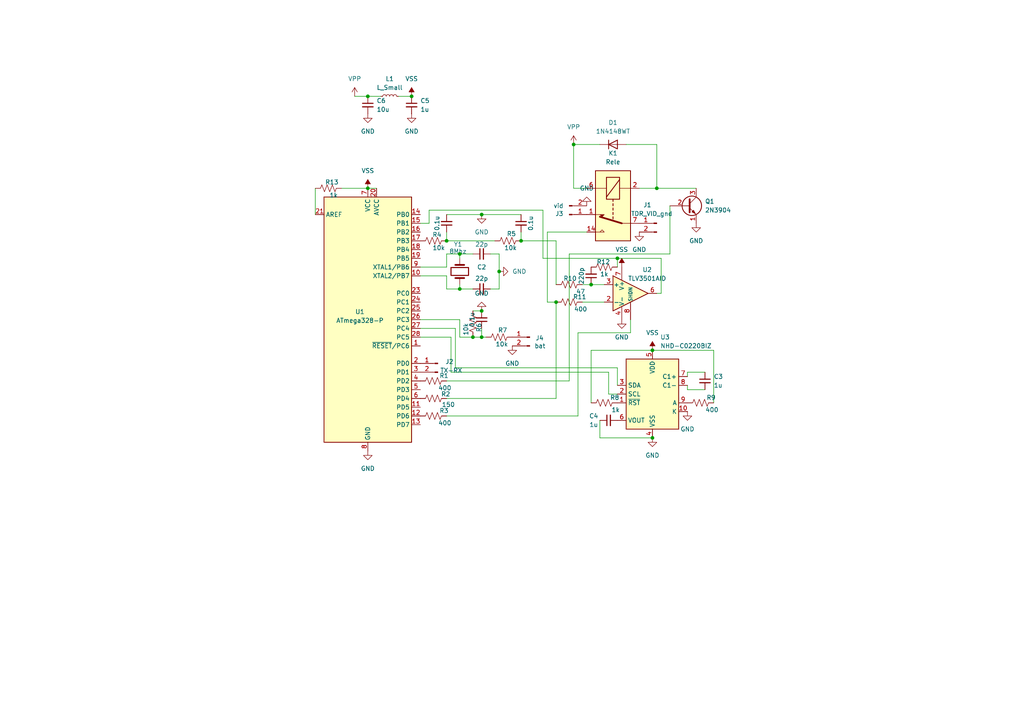
<source format=kicad_sch>
(kicad_sch (version 20231120) (generator "eeschema") (generator_version "8.0")
  (paper "A4")
  (title_block (title "TDR tester") (date "16.03.2024") (rev "0"))
  (lib_symbols
    (symbol "Comparator:TLV3501AID" (pin_names (offset 0.127))
      (property "Reference" "U" (at 3.81 -5.08 0))
      (property "Value" "TLV3501AID" (at 3.81 -7.62 0))
      (symbol "TLV3501AID_1_1"
        (polyline (pts (xy -5.08 5.08) (xy 5.08 0) (xy -5.08 -5.08) (xy -5.08 5.08)) (stroke (width 0.254)) (fill (type background)))
        (pin no_connect line (at -5.08 5.08 180) (length 0) hide (name "NC") (number "1"))
        (pin input line (at -7.62 -2.54 0) (length 2.54) (name "-") (number "2"))
        (pin input line (at -7.62 2.54 0) (length 2.54) (name "+") (number "3"))
        (pin power_in line (at -2.54 -7.62 90) (length 3.81) (name "V-") (number "4"))
        (pin no_connect line (at -5.08 -5.08 180) (length 0) hide (name "NC") (number "5"))
        (pin output line (at 7.62 0 180) (length 2.54) (name "~") (number "6"))
        (pin power_in line (at -2.54 7.62 270) (length 3.81) (name "V+") (number "7"))
        (pin input line (at 0 -7.62 90) (length 5.08) (name "SHDN") (number "8"))
      )
    )
    (symbol "Connector:Conn_01x02_Pin" (pin_names (offset 1.016) hide)
      (property "Reference" "J" (at 0 2.54 0))
      (property "Value" "Conn_01x02_Pin" (at 0 -5.08 0))
      (symbol "Conn_01x02_Pin_1_1"
        (polyline (pts (xy 1.27 -2.54) (xy 0.8636 -2.54)) (stroke (width 0.1524)))
        (polyline (pts (xy 1.27 0) (xy 0.8636 0)) (stroke (width 0.1524)))
        (rectangle (start 0.8636 -2.413) (end 0 -2.667) (stroke (width 0.1524)) (fill (type outline)))
        (rectangle (start 0.8636 0.127) (end 0 -0.127) (stroke (width 0.1524)) (fill (type outline)))
        (pin passive line (at 5.08 0 180) (length 3.81) (name "Pin_1") (number "1"))
        (pin passive line (at 5.08 -2.54 180) (length 3.81) (name "Pin_2") (number "2"))
      )
    )
    (symbol "Device:C_Small" (pin_numbers hide) (pin_names (offset 0.254) hide)
      (property "Reference" "C" (at 0.254 1.778 0))
      (property "Value" "C_Small" (at 0.254 -2.032 0))
      (symbol "C_Small_0_1"
        (polyline (pts (xy -1.524 -0.508) (xy 1.524 -0.508)) (stroke (width 0.3302)))
        (polyline (pts (xy -1.524 0.508) (xy 1.524 0.508)) (stroke (width 0.3048)))
      )
      (symbol "C_Small_1_1"
        (pin passive line (at 0 2.54 270) (length 2.032) (name "~") (number "1"))
        (pin passive line (at 0 -2.54 90) (length 2.032) (name "~") (number "2"))
      )
    )
    (symbol "Device:Crystal" (pin_numbers hide) (pin_names (offset 1.016) hide)
      (property "Reference" "Y" (at 0 3.81 0))
      (property "Value" "Crystal" (at 0 -3.81 0))
      (symbol "Crystal_0_1"
        (rectangle (start -1.143 2.54) (end 1.143 -2.54) (stroke (width 0.3048)))
        (polyline (pts (xy -2.54 0) (xy -1.905 0)))
        (polyline (pts (xy -1.905 -1.27) (xy -1.905 1.27)) (stroke (width 0.508)))
        (polyline (pts (xy 1.905 -1.27) (xy 1.905 1.27)) (stroke (width 0.508)))
        (polyline (pts (xy 2.54 0) (xy 1.905 0)))
      )
      (symbol "Crystal_1_1"
        (pin passive line (at -3.81 0 0) (length 1.27) (name "1") (number "1"))
        (pin passive line (at 3.81 0 180) (length 1.27) (name "2") (number "2"))
      )
    )
    (symbol "Device:L_Small" (pin_numbers hide) (pin_names (offset 0.254) hide)
      (property "Reference" "L" (at 0.762 1.016 0))
      (property "Value" "L_Small" (at 0.762 -1.016 0))
      (symbol "L_Small_0_1"
        (arc (start 0 -2.032) (mid 0.5058 -1.524) (end 0 -1.016))
        (arc (start 0 -1.016) (mid 0.5058 -0.508) (end 0 0))
        (arc (start 0 0) (mid 0.5058 0.508) (end 0 1.016))
        (arc (start 0 1.016) (mid 0.5058 1.524) (end 0 2.032))
      )
      (symbol "L_Small_1_1"
        (pin passive line (at 0 2.54 270) (length 0.508) (name "~") (number "1"))
        (pin passive line (at 0 -2.54 90) (length 0.508) (name "~") (number "2"))
      )
    )
    (symbol "Device:R_US" (pin_numbers hide) (pin_names (offset 0))
      (property "Reference" "R" (at 2.54 0 90))
      (property "Value" "R_US" (at -2.54 0 90))
      (symbol "R_US_0_1"
        (polyline (pts (xy 0 -2.286) (xy 0 -2.54)))
        (polyline (pts (xy 0 2.286) (xy 0 2.54)))
        (polyline (pts (xy 0 -0.762) (xy 1.016 -1.143) (xy 0 -1.524) (xy -1.016 -1.905) (xy 0 -2.286)))
        (polyline (pts (xy 0 0.762) (xy 1.016 0.381) (xy 0 0) (xy -1.016 -0.381) (xy 0 -0.762)))
        (polyline (pts (xy 0 2.286) (xy 1.016 1.905) (xy 0 1.524) (xy -1.016 1.143) (xy 0 0.762)))
      )
      (symbol "R_US_1_1"
        (pin passive line (at 0 3.81 270) (length 1.27) (name "~") (number "1"))
        (pin passive line (at 0 -3.81 90) (length 1.27) (name "~") (number "2"))
      )
    )
    (symbol "Diode:1N4148WT" (pin_numbers hide) (pin_names hide)
      (property "Reference" "D" (at 0 2.54 0))
      (property "Value" "1N4148WT" (at 0 -2.54 0))
      (symbol "1N4148WT_0_1"
        (polyline (pts (xy -1.27 1.27) (xy -1.27 -1.27)) (stroke (width 0.254)))
        (polyline (pts (xy 1.27 0) (xy -1.27 0)))
        (polyline (pts (xy 1.27 1.27) (xy 1.27 -1.27) (xy -1.27 0) (xy 1.27 1.27)) (stroke (width 0.254)))
      )
      (symbol "1N4148WT_1_1"
        (pin passive line (at -3.81 0 0) (length 2.54) (name "K") (number "1"))
        (pin passive line (at 3.81 0 180) (length 2.54) (name "A") (number "2"))
      )
    )
    (symbol "Display_Character:NHD-C0220BIZ"
      (property "Reference" "U" (at -6.35 11.43 0))
      (property "Value" "NHD-C0220BIZ" (at 8.89 11.43 0))
      (symbol "NHD-C0220BIZ_0_1"
        (rectangle (start -7.62 10.16) (end 7.62 -10.16) (stroke (width 0.254)) (fill (type background)))
      )
      (symbol "NHD-C0220BIZ_1_1"
        (pin input line (at -10.16 -2.54 0) (length 2.54) (name "~{RST}") (number "1"))
        (pin passive line (at 10.16 -5.08 180) (length 2.54) (name "K") (number "10"))
        (pin input line (at -10.16 0 0) (length 2.54) (name "SCL") (number "2"))
        (pin bidirectional line (at -10.16 2.54 0) (length 2.54) (name "SDA") (number "3"))
        (pin power_in line (at 0 -12.7 90) (length 2.54) (name "VSS") (number "4"))
        (pin power_in line (at 0 12.7 270) (length 2.54) (name "VDD") (number "5"))
        (pin passive line (at -10.16 -7.62 0) (length 2.54) (name "VOUT") (number "6"))
        (pin passive line (at 10.16 5.08 180) (length 2.54) (name "C1+") (number "7"))
        (pin passive line (at 10.16 2.54 180) (length 2.54) (name "C1-") (number "8"))
        (pin passive line (at 10.16 -2.54 180) (length 2.54) (name "A") (number "9"))
      )
    )
    (symbol "MCU_Microchip_ATmega:ATmega328-P"
      (property "Reference" "U" (at -12.7 36.83 0))
      (property "Value" "ATmega328-P" (at 2.54 -36.83 0))
      (symbol "ATmega328-P_0_1"
        (rectangle (start -12.7 -35.56) (end 12.7 35.56) (stroke (width 0.254)) (fill (type background)))
      )
      (symbol "ATmega328-P_1_1"
        (pin bidirectional line (at 15.24 -7.62 180) (length 2.54) (name "~{RESET}/PC6") (number "1"))
        (pin bidirectional line (at 15.24 12.7 180) (length 2.54) (name "XTAL2/PB7") (number "10"))
        (pin bidirectional line (at 15.24 -25.4 180) (length 2.54) (name "PD5") (number "11"))
        (pin bidirectional line (at 15.24 -27.94 180) (length 2.54) (name "PD6") (number "12"))
        (pin bidirectional line (at 15.24 -30.48 180) (length 2.54) (name "PD7") (number "13"))
        (pin bidirectional line (at 15.24 30.48 180) (length 2.54) (name "PB0") (number "14"))
        (pin bidirectional line (at 15.24 27.94 180) (length 2.54) (name "PB1") (number "15"))
        (pin bidirectional line (at 15.24 25.4 180) (length 2.54) (name "PB2") (number "16"))
        (pin bidirectional line (at 15.24 22.86 180) (length 2.54) (name "PB3") (number "17"))
        (pin bidirectional line (at 15.24 20.32 180) (length 2.54) (name "PB4") (number "18"))
        (pin bidirectional line (at 15.24 17.78 180) (length 2.54) (name "PB5") (number "19"))
        (pin bidirectional line (at 15.24 -12.7 180) (length 2.54) (name "PD0") (number "2"))
        (pin power_in line (at 2.54 38.1 270) (length 2.54) (name "AVCC") (number "20"))
        (pin passive line (at -15.24 30.48 0) (length 2.54) (name "AREF") (number "21"))
        (pin passive line (at 0 -38.1 90) (length 2.54) hide (name "GND") (number "22"))
        (pin bidirectional line (at 15.24 7.62 180) (length 2.54) (name "PC0") (number "23"))
        (pin bidirectional line (at 15.24 5.08 180) (length 2.54) (name "PC1") (number "24"))
        (pin bidirectional line (at 15.24 2.54 180) (length 2.54) (name "PC2") (number "25"))
        (pin bidirectional line (at 15.24 0 180) (length 2.54) (name "PC3") (number "26"))
        (pin bidirectional line (at 15.24 -2.54 180) (length 2.54) (name "PC4") (number "27"))
        (pin bidirectional line (at 15.24 -5.08 180) (length 2.54) (name "PC5") (number "28"))
        (pin bidirectional line (at 15.24 -15.24 180) (length 2.54) (name "PD1") (number "3"))
        (pin bidirectional line (at 15.24 -17.78 180) (length 2.54) (name "PD2") (number "4"))
        (pin bidirectional line (at 15.24 -20.32 180) (length 2.54) (name "PD3") (number "5"))
        (pin bidirectional line (at 15.24 -22.86 180) (length 2.54) (name "PD4") (number "6"))
        (pin power_in line (at 0 38.1 270) (length 2.54) (name "VCC") (number "7"))
        (pin power_in line (at 0 -38.1 90) (length 2.54) (name "GND") (number "8"))
        (pin bidirectional line (at 15.24 15.24 180) (length 2.54) (name "XTAL1/PB6") (number "9"))
      )
    )
    (symbol "Relay:DIPxx-1Cxx-51x"
      (property "Reference" "K" (at 11.43 3.81 0))
      (property "Value" "DIPxx-1Cxx-51x" (at 11.43 1.27 0))
      (symbol "DIPxx-1Cxx-51x_0_0"
        (polyline (pts (xy 2.54 5.08) (xy 2.54 2.54) (xy 3.175 3.175) (xy 2.54 3.81)) (fill (type outline)))
        (polyline (pts (xy 7.62 5.08) (xy 7.62 2.54) (xy 6.985 3.175) (xy 7.62 3.81)))
      )
      (symbol "DIPxx-1Cxx-51x_0_1"
        (rectangle (start -10.16 5.08) (end 10.16 -5.08) (stroke (width 0.254)) (fill (type background)))
        (rectangle (start -8.255 1.905) (end -1.905 -1.905) (stroke (width 0.254)))
        (polyline (pts (xy -7.62 -1.905) (xy -2.54 1.905)) (stroke (width 0.254)))
        (polyline (pts (xy -5.08 -5.08) (xy -5.08 -1.905)))
        (polyline (pts (xy -5.08 5.08) (xy -5.08 1.905)))
        (polyline (pts (xy -1.905 0) (xy -1.27 0)) (stroke (width 0.254)))
        (polyline (pts (xy -0.635 0) (xy 0 0)) (stroke (width 0.254)))
        (polyline (pts (xy 0.635 0) (xy 1.27 0)) (stroke (width 0.254)))
        (polyline (pts (xy 1.905 0) (xy 2.54 0)) (stroke (width 0.254)))
        (polyline (pts (xy 3.175 0) (xy 3.81 0)) (stroke (width 0.254)))
        (polyline (pts (xy 5.08 -2.54) (xy 3.175 3.81)) (stroke (width 0.508)))
        (polyline (pts (xy 5.08 -2.54) (xy 5.08 -5.08)))
      )
      (symbol "DIPxx-1Cxx-51x_1_1"
        (pin passive line (at 2.54 7.62 270) (length 2.54) (name "~") (number "1"))
        (pin passive line (at 7.62 7.62 270) (length 2.54) (name "~") (number "14"))
        (pin passive line (at -5.08 -7.62 90) (length 2.54) (name "~") (number "2"))
        (pin passive line (at -5.08 7.62 270) (length 2.54) (name "~") (number "6"))
        (pin passive line (at 5.08 -7.62 90) (length 2.54) (name "~") (number "7"))
        (pin passive line (at 5.08 -7.62 90) (length 2.54) hide (name "~") (number "8"))
      )
    )
    (symbol "Transistor_BJT:2N3904" (pin_names (offset 0) hide)
      (property "Reference" "Q" (at 5.08 1.905 0))
      (property "Value" "2N3904" (at 5.08 0 0))
      (symbol "2N3904_0_1"
        (polyline (pts (xy 0.635 0.635) (xy 2.54 2.54)))
        (polyline (pts (xy 0.635 -0.635) (xy 2.54 -2.54) (xy 2.54 -2.54)))
        (polyline (pts (xy 0.635 1.905) (xy 0.635 -1.905) (xy 0.635 -1.905)) (stroke (width 0.508)))
        (polyline (pts (xy 1.27 -1.778) (xy 1.778 -1.27) (xy 2.286 -2.286) (xy 1.27 -1.778) (xy 1.27 -1.778)) (fill (type outline)))
        (circle (center 1.27 0) (radius 2.8194) (stroke (width 0.254)))
      )
      (symbol "2N3904_1_1"
        (pin passive line (at 2.54 -5.08 90) (length 2.54) (name "E") (number "1"))
        (pin passive line (at -5.08 0 0) (length 5.715) (name "B") (number "2"))
        (pin passive line (at 2.54 5.08 270) (length 2.54) (name "C") (number "3"))
      )
    )
    (symbol "power:GND" (power) (pin_numbers hide) (pin_names (offset 0) hide)
      (property "Value" "GND" (at 0 -3.81 0))
      (symbol "GND_0_1"
        (polyline (pts (xy 0 0) (xy 0 -1.27) (xy 1.27 -1.27) (xy 0 -2.54) (xy -1.27 -1.27) (xy 0 -1.27)))
      )
      (symbol "GND_1_1"
        (pin power_in line (at 0 0 270) (length 0) (name "~") (number "1"))
      )
    )
    (symbol "power:VPP" (power) (pin_numbers hide) (pin_names (offset 0) hide)
      (property "Value" "VPP" (at 0 3.556 0))
      (symbol "VPP_0_1"
        (polyline (pts (xy -0.762 1.27) (xy 0 2.54)))
        (polyline (pts (xy 0 0) (xy 0 2.54)))
        (polyline (pts (xy 0 2.54) (xy 0.762 1.27)))
      )
      (symbol "VPP_1_1"
        (pin power_in line (at 0 0 90) (length 0) (name "~") (number "1"))
      )
    )
    (symbol "power:VSS" (power) (pin_numbers hide) (pin_names (offset 0) hide)
      (property "Value" "VSS" (at 0 3.556 0))
      (symbol "VSS_0_1"
        (polyline (pts (xy 0 0) (xy 0 2.54)))
        (polyline (pts (xy 0.762 1.27) (xy -0.762 1.27) (xy 0 2.54) (xy 0.762 1.27)) (fill (type outline)))
      )
      (symbol "VSS_1_1"
        (pin power_in line (at 0 0 90) (length 0) (name "~") (number "1"))
      )
    )
  )
  (junction (at 161.29 87.63))
  (junction (at 151.13 69.85))
  (junction (at 171.45 82.55))
  (junction (at 144.78 78.74))
  (junction (at 139.7 97.79))
  (junction (at 133.35 73.66))
  (junction (at 119.38 27.94))
  (junction (at 189.23 101.6))
  (junction (at 179.07 74.93))
  (junction (at 139.7 90.17))
  (junction (at 133.35 83.82))
  (junction (at 139.7 62.23))
  (junction (at 129.54 69.85))
  (junction (at 106.68 27.94))
  (junction (at 166.37 41.91))
  (junction (at 106.68 54.61))
  (junction (at 137.16 97.79))
  (junction (at 190.5 54.61))
  (junction (at 189.23 127))
  (wire (pts (xy 142.24 73.66) (xy 144.78 73.66)))
  (wire (pts (xy 129.54 62.23) (xy 139.7 62.23)))
  (wire (pts (xy 167.64 120.65) (xy 167.64 96.52)))
  (wire (pts (xy 190.5 41.91) (xy 190.5 54.61)))
  (wire (pts (xy 176.53 114.3) (xy 179.07 114.3)))
  (wire (pts (xy 139.7 95.25) (xy 139.7 97.79)))
  (wire (pts (xy 133.35 83.82) (xy 137.16 83.82)))
  (wire (pts (xy 173.99 127) (xy 189.23 127)))
  (wire (pts (xy 181.61 41.91) (xy 190.5 41.91)))
  (wire (pts (xy 166.37 41.91) (xy 173.99 41.91)))
  (wire (pts (xy 129.54 73.66) (xy 133.35 73.66)))
  (wire (pts (xy 121.92 97.79) (xy 130.81 97.79)))
  (wire (pts (xy 191.77 85.09) (xy 190.5 85.09)))
  (wire (pts (xy 121.92 92.71) (xy 133.35 92.71)))
  (wire (pts (xy 144.78 83.82) (xy 144.78 78.74)))
  (wire (pts (xy 151.13 67.31) (xy 151.13 69.85)))
  (wire (pts (xy 157.48 74.93) (xy 179.07 74.93)))
  (wire (pts (xy 129.54 77.47) (xy 129.54 73.66)))
  (wire (pts (xy 139.7 97.79) (xy 140.97 97.79)))
  (wire (pts (xy 129.54 80.01) (xy 129.54 83.82)))
  (wire (pts (xy 142.24 83.82) (xy 144.78 83.82)))
  (wire (pts (xy 190.5 54.61) (xy 201.93 54.61)))
  (wire (pts (xy 176.53 107.95) (xy 176.53 114.3)))
  (wire (pts (xy 129.54 69.85) (xy 143.51 69.85)))
  (wire (pts (xy 170.18 67.31) (xy 158.75 67.31)))
  (wire (pts (xy 168.91 87.63) (xy 175.26 87.63)))
  (wire (pts (xy 133.35 97.79) (xy 137.16 97.79)))
  (wire (pts (xy 130.81 107.95) (xy 176.53 107.95)))
  (wire (pts (xy 121.92 77.47) (xy 129.54 77.47)))
  (wire (pts (xy 121.92 80.01) (xy 129.54 80.01)))
  (wire (pts (xy 158.75 67.31) (xy 158.75 87.63)))
  (wire (pts (xy 167.64 96.52) (xy 182.88 96.52)))
  (wire (pts (xy 207.01 116.84) (xy 207.01 101.6)))
  (wire (pts (xy 173.99 121.92) (xy 173.99 127)))
  (wire (pts (xy 106.68 27.94) (xy 110.49 27.94)))
  (wire (pts (xy 182.88 96.52) (xy 182.88 92.71)))
  (wire (pts (xy 171.45 101.6) (xy 189.23 101.6)))
  (wire (pts (xy 189.23 101.6) (xy 207.01 101.6)))
  (wire (pts (xy 139.7 62.23) (xy 151.13 62.23)))
  (wire (pts (xy 161.29 82.55) (xy 161.29 69.85)))
  (wire (pts (xy 129.54 110.49) (xy 165.1 110.49)))
  (wire (pts (xy 99.06 54.61) (xy 106.68 54.61)))
  (wire (pts (xy 165.1 73.66) (xy 194.31 73.66)))
  (wire (pts (xy 199.39 107.95) (xy 204.47 107.95)))
  (wire (pts (xy 161.29 115.57) (xy 161.29 87.63)))
  (wire (pts (xy 130.81 97.79) (xy 130.81 107.95)))
  (wire (pts (xy 199.39 113.03) (xy 204.47 113.03)))
  (wire (pts (xy 185.42 54.61) (xy 190.5 54.61)))
  (wire (pts (xy 124.46 60.96) (xy 157.48 60.96)))
  (wire (pts (xy 129.54 115.57) (xy 161.29 115.57)))
  (wire (pts (xy 171.45 82.55) (xy 175.26 82.55)))
  (wire (pts (xy 191.77 74.93) (xy 191.77 85.09)))
  (wire (pts (xy 129.54 83.82) (xy 133.35 83.82)))
  (wire (pts (xy 102.87 27.94) (xy 106.68 27.94)))
  (wire (pts (xy 194.31 73.66) (xy 194.31 59.69)))
  (wire (pts (xy 161.29 69.85) (xy 151.13 69.85)))
  (wire (pts (xy 179.07 106.68) (xy 179.07 111.76)))
  (wire (pts (xy 137.16 97.79) (xy 139.7 97.79)))
  (wire (pts (xy 133.35 92.71) (xy 133.35 97.79)))
  (wire (pts (xy 132.08 95.25) (xy 132.08 106.68)))
  (wire (pts (xy 157.48 60.96) (xy 157.48 74.93)))
  (wire (pts (xy 106.68 54.61) (xy 109.22 54.61)))
  (wire (pts (xy 133.35 82.55) (xy 133.35 83.82)))
  (wire (pts (xy 171.45 116.84) (xy 171.45 101.6)))
  (wire (pts (xy 121.92 64.77) (xy 124.46 64.77)))
  (wire (pts (xy 199.39 111.76) (xy 199.39 113.03)))
  (wire (pts (xy 115.57 27.94) (xy 119.38 27.94)))
  (wire (pts (xy 165.1 110.49) (xy 165.1 73.66)))
  (wire (pts (xy 170.18 54.61) (xy 166.37 54.61)))
  (wire (pts (xy 144.78 78.74) (xy 144.78 73.66)))
  (wire (pts (xy 129.54 120.65) (xy 167.64 120.65)))
  (wire (pts (xy 133.35 74.93) (xy 133.35 73.66)))
  (wire (pts (xy 124.46 64.77) (xy 124.46 60.96)))
  (wire (pts (xy 132.08 106.68) (xy 179.07 106.68)))
  (wire (pts (xy 199.39 109.22) (xy 199.39 107.95)))
  (wire (pts (xy 133.35 73.66) (xy 137.16 73.66)))
  (wire (pts (xy 158.75 87.63) (xy 161.29 87.63)))
  (wire (pts (xy 129.54 67.31) (xy 129.54 69.85)))
  (wire (pts (xy 166.37 54.61) (xy 166.37 41.91)))
  (wire (pts (xy 91.44 54.61) (xy 91.44 62.23)))
  (wire (pts (xy 121.92 95.25) (xy 132.08 95.25)))
  (wire (pts (xy 179.07 74.93) (xy 179.07 77.47)))
  (wire (pts (xy 179.07 74.93) (xy 191.77 74.93)))
  (wire (pts (xy 168.91 82.55) (xy 171.45 82.55)))
  (wire (pts (xy 137.16 90.17) (xy 139.7 90.17)))
  (symbol (lib_id "power:GND") (at 170.18 59.69 180) (unit 1)
    (property "Reference" "#PWR014" (effects (hide yes)))
    (property "Value" "GND" (at 170.18 54.61 0))
    (property "Description" "Power symbol creates a global label with name \"GND\" , ground" (effects (hide yes)))
  )
  (symbol (lib_id "power:VPP") (at 166.37 41.91 0) (unit 1)
    (property "Reference" "#PWR019" (effects (hide yes)))
    (property "Value" "VPP" (at 166.37 36.83 0))
    (property "Description" "Power symbol creates a global label with name \"VPP\"" (effects (hide yes)))
  )
  (symbol (lib_id "power:VSS") (at 189.23 101.6 0) (unit 1)
    (property "Reference" "#PWR018" (effects (hide yes)))
    (property "Value" "VSS" (at 189.23 96.52 0))
    (property "Description" "Power symbol creates a global label with name \"VSS\"" (effects (hide yes)))
  )
  (symbol (lib_id "Device:C_Small") (at 139.7 83.82 90) (unit 1)
    (property "Reference" "C2" (at 139.7063 77.47 90))
    (property "Value" "22p" (at 139.7 80.772 90))
    (property "Footprint" "Capacitor_SMD:C_0805_2012Metric" (effects (hide yes)))
    (property "Description" "Unpolarized capacitor, small symbol" (effects (hide yes)))
  )
  (symbol (lib_id "Device:C_Small") (at 171.45 80.01 180) (unit 1)
    (property "Reference" "C10" (effects (hide yes)))
    (property "Value" "220p" (at 168.656 80.01 90))
    (property "Footprint" "Capacitor_SMD:C_0805_2012Metric" (effects (hide yes)))
    (property "Description" "Unpolarized capacitor, small symbol" (effects (hide yes)))
  )
  (symbol (lib_id "Device:C_Small") (at 151.13 64.77 0) (unit 1)
    (property "Reference" "C8" (effects (hide yes)))
    (property "Value" "0.1u" (at 153.924 64.77 90))
    (property "Footprint" "Capacitor_SMD:C_0805_2012Metric" (effects (hide yes)))
    (property "Description" "Unpolarized capacitor, small symbol" (effects (hide yes)))
  )
  (symbol (lib_id "Transistor_BJT:2N3904") (at 199.39 59.69 0) (unit 1)
    (property "Reference" "Q1" (at 204.47 58.4199 0) (effects (justify left)))
    (property "Value" "2N3904" (at 204.47 60.9599 0) (effects (justify left)))
    (property "Footprint" "Package_TO_SOT_THT:TO-92_Inline" (effects (hide yes)))
    (property "Datasheet" "https://www.onsemi.com/pub/Collateral/2N3903-D.PDF" (effects (hide yes)))
    (property "Description" "0.2A Ic, 40V Vce, Small Signal NPN Transistor, TO-92" (effects (hide yes)))
  )
  (symbol (lib_id "Device:R_US") (at 125.73 110.49 270) (unit 1)
    (property "Reference" "R1" (at 128.778 108.966 90))
    (property "Value" "400" (at 129.032 112.522 90))
    (property "Footprint" "Resistor_THT:R_Axial_DIN0204_L3.6mm_D1.6mm_P1.90mm_Vertical" (effects (hide yes)))
    (property "Description" "Resistor, US symbol" (effects (hide yes)))
  )
  (symbol (lib_id "power:VPP") (at 102.87 27.94 0) (unit 1)
    (property "Reference" "#PWR010" (effects (hide yes)))
    (property "Value" "VPP" (at 102.87 22.86 0))
    (property "Description" "Power symbol creates a global label with name \"VPP\"" (effects (hide yes)))
  )
  (symbol (lib_id "Device:C_Small") (at 129.54 64.77 180) (unit 1)
    (property "Reference" "C7" (effects (hide yes)))
    (property "Value" "0.1u" (at 126.746 64.77 90))
    (property "Footprint" "Capacitor_SMD:C_0805_2012Metric" (effects (hide yes)))
    (property "Description" "Unpolarized capacitor, small symbol" (effects (hide yes)))
  )
  (symbol (lib_id "Device:R_US") (at 125.73 115.57 270) (unit 1)
    (property "Reference" "R2" (at 129.286 114.3 90))
    (property "Value" "150" (at 130.048 117.348 90))
    (property "Footprint" "Resistor_THT:R_Axial_DIN0204_L3.6mm_D1.6mm_P1.90mm_Vertical" (effects (hide yes)))
    (property "Description" "Resistor, US symbol" (effects (hide yes)))
  )
  (symbol (lib_id "Device:R_US") (at 144.78 97.79 270) (unit 1)
    (property "Reference" "R7" (at 145.796 95.758 90))
    (property "Value" "10k" (at 145.542 99.822 90))
    (property "Footprint" "Resistor_THT:R_Axial_DIN0204_L3.6mm_D1.6mm_P1.90mm_Vertical" (effects (hide yes)))
    (property "Description" "Resistor, US symbol" (effects (hide yes)))
  )
  (symbol (lib_id "Device:C_Small") (at 139.7 92.71 180) (unit 1)
    (property "Reference" "C9" (effects (hide yes)))
    (property "Value" "0.1u" (at 136.906 92.71 90))
    (property "Footprint" "Capacitor_SMD:C_0805_2012Metric" (effects (hide yes)))
    (property "Description" "Unpolarized capacitor, small symbol" (effects (hide yes)))
  )
  (symbol (lib_id "MCU_Microchip_ATmega:ATmega328-P") (at 106.68 92.71 0) (unit 1)
    (property "Reference" "U1" (at 104.394 90.424 0))
    (property "Value" "ATmega328-P" (at 104.394 92.964 0))
    (property "Footprint" "Package_DIP:DIP-28_W7.62mm" (effects (hide yes)))
    (property "Datasheet" "http://ww1.microchip.com/downloads/en/DeviceDoc/ATmega328_P%20AVR%20MCU%20with%20picoPower%20Technology%20Data%20Sheet%2040001984A.pdf" (effects (hide yes)))
    (property "Description" "20MHz, 32kB Flash, 2kB SRAM, 1kB EEPROM, DIP-28" (effects (hide yes)))
  )
  (symbol (lib_id "power:GND") (at 106.68 33.02 0) (unit 1)
    (property "Reference" "#PWR09" (effects (hide yes)))
    (property "Value" "GND" (at 106.68 38.1 0))
    (property "Description" "Power symbol creates a global label with name \"GND\" , ground" (effects (hide yes)))
  )
  (symbol (lib_id "Device:C_Small") (at 119.38 30.48 0) (unit 1)
    (property "Reference" "C5" (at 121.92 29.2162 0) (effects (justify left)))
    (property "Value" "1u" (at 121.92 31.7562 0) (effects (justify left)))
    (property "Footprint" "Capacitor_THT:C_Rect_L33.0mm_W13.0mm_P27.50mm_MKS4" (effects (hide yes)))
    (property "Description" "Unpolarized capacitor, small symbol" (effects (hide yes)))
  )
  (symbol (lib_id "Connector:Conn_01x02_Pin") (at 165.1 62.23 0) (mirror x) (unit 1)
    (property "Reference" "J3" (at 161.036 61.976 0) (effects (justify left)))
    (property "Value" "vid" (at 160.528 59.69 0) (effects (justify left)))
    (property "Footprint" "Connector:Banana_Jack_2Pin" (effects (hide yes)))
    (property "Description" "Generic connector, single row, 01x02, script generated" (effects (hide yes)))
  )
  (symbol (lib_id "power:GND") (at 148.59 100.33 0) (unit 1)
    (property "Reference" "#PWR013" (effects (hide yes)))
    (property "Value" "GND" (at 148.59 105.41 0))
    (property "Description" "Power symbol creates a global label with name \"GND\" , ground" (effects (hide yes)))
  )
  (symbol (lib_id "Device:C_Small") (at 106.68 30.48 0) (unit 1)
    (property "Reference" "C6" (at 109.22 29.2162 0) (effects (justify left)))
    (property "Value" "10u" (at 109.22 31.7562 0) (effects (justify left)))
    (property "Footprint" "Capacitor_THT:C_Rect_L33.0mm_W13.0mm_P27.50mm_MKS4" (effects (hide yes)))
    (property "Description" "Unpolarized capacitor, small symbol" (effects (hide yes)))
  )
  (symbol (lib_id "power:VSS") (at 106.68 54.61 0) (unit 1)
    (property "Reference" "#PWR016" (effects (hide yes)))
    (property "Value" "VSS" (at 106.68 49.53 0))
    (property "Description" "Power symbol creates a global label with name \"VSS\"" (effects (hide yes)))
  )
  (symbol (lib_id "power:GND") (at 119.38 33.02 0) (unit 1)
    (property "Reference" "#PWR08" (effects (hide yes)))
    (property "Value" "GND" (at 119.38 38.1 0))
    (property "Description" "Power symbol creates a global label with name \"GND\" , ground" (effects (hide yes)))
  )
  (symbol (lib_id "Connector:Conn_01x02_Pin") (at 190.5 64.77 0) (mirror y) (unit 1)
    (property "Reference" "J1" (at 188.976 59.436 0) (effects (justify left)))
    (property "Value" "TDR_VID_gnd" (at 195.072 61.976 0) (effects (justify left)))
    (property "Footprint" "Connector:Banana_Jack_2Pin" (effects (hide yes)))
    (property "Description" "Generic connector, single row, 01x02, script generated" (effects (hide yes)))
  )
  (symbol (lib_id "Display_Character:NHD-C0220BIZ") (at 189.23 114.3 0) (unit 1)
    (property "Reference" "U3" (at 191.516 97.79 0) (effects (justify left)))
    (property "Value" "NHD-C0220BIZ" (at 191.516 100.33 0) (effects (justify left)))
    (property "Footprint" "Display:NHD-C0220BiZ" (effects (hide yes)))
    (property "Datasheet" "http://www.newhavendisplay.com/specs/NHD-C0220BiZ-FSW-FBW-3V3M.pdf" (effects (hide yes)))
    (property "Description" "LCD 20x2 Alphanumeric 10pin Blue/White/Green Backlight, i2c, 3.3V VDD" (effects (hide yes)))
  )
  (symbol (lib_id "Device:R_US") (at 203.2 116.84 270) (unit 1)
    (property "Reference" "R9" (at 206.248 115.316 90))
    (property "Value" "400" (at 206.502 118.872 90))
    (property "Footprint" "Resistor_THT:R_Axial_DIN0204_L3.6mm_D1.6mm_P1.90mm_Vertical" (effects (hide yes)))
    (property "Description" "Resistor, US symbol" (effects (hide yes)))
  )
  (symbol (lib_id "Device:R_US") (at 175.26 116.84 270) (unit 1)
    (property "Reference" "R8" (at 178.308 115.316 90))
    (property "Value" "1k" (at 178.562 118.872 90))
    (property "Footprint" "Resistor_THT:R_Axial_DIN0204_L3.6mm_D1.6mm_P1.90mm_Vertical" (effects (hide yes)))
    (property "Description" "Resistor, US symbol" (effects (hide yes)))
  )
  (symbol (lib_id "Connector:Conn_01x02_Pin") (at 127 105.41 0) (mirror y) (unit 1)
    (property "Reference" "J2" (at 131.572 104.902 0) (effects (justify left)))
    (property "Value" "TX-RX" (at 134.112 107.442 0) (effects (justify left)))
    (property "Footprint" "Connector:Banana_Jack_2Pin" (effects (hide yes)))
    (property "Description" "Generic connector, single row, 01x02, script generated" (effects (hide yes)))
  )
  (symbol (lib_id "Device:R_US") (at 165.1 82.55 270) (unit 1)
    (property "Reference" "R10" (at 165.354 80.772 90))
    (property "Value" "47" (at 168.402 84.582 90))
    (property "Footprint" "Resistor_THT:R_Axial_DIN0204_L3.6mm_D1.6mm_P1.90mm_Vertical" (effects (hide yes)))
    (property "Description" "Resistor, US symbol" (effects (hide yes)))
  )
  (symbol (lib_id "power:VSS") (at 180.34 77.47 0) (unit 1)
    (property "Reference" "#PWR017" (effects (hide yes)))
    (property "Value" "VSS" (at 180.34 72.39 0))
    (property "Description" "Power symbol creates a global label with name \"VSS\"" (effects (hide yes)))
  )
  (symbol (lib_id "power:VSS") (at 119.38 27.94 0) (unit 1)
    (property "Reference" "#PWR015" (effects (hide yes)))
    (property "Value" "VSS" (at 119.38 22.86 0))
    (property "Description" "Power symbol creates a global label with name \"VSS\"" (effects (hide yes)))
  )
  (symbol (lib_id "Device:C_Small") (at 176.53 121.92 90) (unit 1)
    (property "Reference" "C4" (at 172.212 120.65 90))
    (property "Value" "1u" (at 172.212 123.19 90))
    (property "Footprint" "Capacitor_SMD:C_0805_2012Metric" (effects (hide yes)))
    (property "Description" "Unpolarized capacitor, small symbol" (effects (hide yes)))
  )
  (symbol (lib_id "Device:C_Small") (at 139.7 73.66 90) (unit 1)
    (property "Reference" "C1" (effects (hide yes)))
    (property "Value" "22p" (at 139.7 70.866 90))
    (property "Footprint" "Capacitor_SMD:C_0805_2012Metric" (effects (hide yes)))
    (property "Description" "Unpolarized capacitor, small symbol" (effects (hide yes)))
  )
  (symbol (lib_id "Device:R_US") (at 137.16 93.98 180) (unit 1)
    (property "Reference" "R6" (at 138.938 94.996 90))
    (property "Value" "10k" (at 135.128 95.504 90))
    (property "Footprint" "Resistor_THT:R_Axial_DIN0204_L3.6mm_D1.6mm_P1.90mm_Vertical" (effects (hide yes)))
    (property "Description" "Resistor, US symbol" (effects (hide yes)))
  )
  (symbol (lib_id "Device:R_US") (at 95.25 54.61 270) (unit 1)
    (property "Reference" "R13" (at 96.266 52.832 90))
    (property "Value" "1k" (at 96.774 56.642 90))
    (property "Footprint" "Resistor_THT:R_Axial_DIN0204_L3.6mm_D1.6mm_P1.90mm_Vertical" (effects (hide yes)))
    (property "Description" "Resistor, US symbol" (effects (hide yes)))
  )
  (symbol (lib_id "Comparator:TLV3501AID") (at 182.88 85.09 0) (unit 1)
    (property "Reference" "U2" (at 187.706 78.232 0))
    (property "Value" "TLV3501AID" (at 187.706 80.772 0))
    (property "Footprint" "Package_SO:SOIC-8_3.9x4.9mm_P1.27mm" (effects (hide yes)))
    (property "Datasheet" "https://www.ti.com/lit/ds/symlink/tlv3501.pdf" (effects (hide yes)))
    (property "Description" "High-Speed Comparator, 4.5-ns, Rail-to-Rail, Push-Pull CMOS Output, SOIC-8" (effects (hide yes)))
  )
  (symbol (lib_id "power:GND") (at 201.93 64.77 0) (unit 1)
    (property "Reference" "#PWR06" (effects (hide yes)))
    (property "Value" "GND" (at 201.93 69.85 0))
    (property "Description" "Power symbol creates a global label with name \"GND\" , ground" (effects (hide yes)))
  )
  (symbol (lib_id "Device:R_US") (at 165.1 87.63 270) (unit 1)
    (property "Reference" "R11" (at 168.148 86.106 90))
    (property "Value" "400" (at 168.402 89.662 90))
    (property "Footprint" "Resistor_THT:R_Axial_DIN0204_L3.6mm_D1.6mm_P1.90mm_Vertical" (effects (hide yes)))
    (property "Description" "Resistor, US symbol" (effects (hide yes)))
  )
  (symbol (lib_id "Device:R_US") (at 125.73 120.65 270) (unit 1)
    (property "Reference" "R3" (at 128.778 119.126 90))
    (property "Value" "400" (at 129.032 122.682 90))
    (property "Footprint" "Resistor_THT:R_Axial_DIN0204_L3.6mm_D1.6mm_P1.90mm_Vertical" (effects (hide yes)))
    (property "Description" "Resistor, US symbol" (effects (hide yes)))
  )
  (symbol (lib_id "power:GND") (at 185.42 67.31 0) (unit 1)
    (property "Reference" "#PWR07" (effects (hide yes)))
    (property "Value" "GND" (at 185.42 72.39 0))
    (property "Description" "Power symbol creates a global label with name \"GND\" , ground" (effects (hide yes)))
  )
  (symbol (lib_id "power:GND") (at 199.39 119.38 0) (unit 1)
    (property "Reference" "#PWR05" (effects (hide yes)))
    (property "Value" "GND" (at 199.39 124.46 0))
    (property "Description" "Power symbol creates a global label with name \"GND\" , ground" (effects (hide yes)))
  )
  (symbol (lib_id "Device:R_US") (at 125.73 69.85 270) (unit 1)
    (property "Reference" "R4" (at 126.746 68.072 90))
    (property "Value" "10k" (at 127.254 71.882 90))
    (property "Footprint" "Resistor_THT:R_Axial_DIN0204_L3.6mm_D1.6mm_P1.90mm_Vertical" (effects (hide yes)))
    (property "Description" "Resistor, US symbol" (effects (hide yes)))
  )
  (symbol (lib_id "Relay:DIPxx-1Cxx-51x") (at 177.8 59.69 90) (mirror x) (unit 1)
    (property "Reference" "K1" (at 177.8 44.45 90))
    (property "Value" "Rele" (at 177.8 46.99 90))
    (property "Footprint" "Relay_THT:Relay_StandexMeder_DIP_LowProfile" (effects (hide yes)))
    (property "Datasheet" "https://standexelectronics.com/wp-content/uploads/datasheet_reed_relay_DIP.pdf" (effects (hide yes)))
    (property "Description" "Standex Meder DIP reed relay, SPDT" (effects (hide yes)))
  )
  (symbol (lib_id "Connector:Conn_01x02_Pin") (at 153.67 97.79 0) (mirror y) (unit 1)
    (property "Reference" "J4" (at 157.734 98.044 0) (effects (justify left)))
    (property "Value" "bat" (at 158.242 100.33 0) (effects (justify left)))
    (property "Footprint" "Connector:Banana_Jack_2Pin" (effects (hide yes)))
    (property "Description" "Generic connector, single row, 01x02, script generated" (effects (hide yes)))
  )
  (symbol (lib_id "power:GND") (at 139.7 90.17 180) (unit 1)
    (property "Reference" "#PWR012" (effects (hide yes)))
    (property "Value" "GND" (at 139.7 85.09 0))
    (property "Description" "Power symbol creates a global label with name \"GND\" , ground" (effects (hide yes)))
  )
  (symbol (lib_id "Device:L_Small") (at 113.03 27.94 90) (unit 1)
    (property "Reference" "L1" (at 113.03 22.86 90))
    (property "Value" "L_Small" (at 113.03 25.4 90))
    (property "Footprint" "Inductor_THT_Wurth:L_Wurth_WE-HCFT-3521" (effects (hide yes)))
    (property "Description" "Inductor, small symbol" (effects (hide yes)))
  )
  (symbol (lib_id "Device:Crystal") (at 133.35 78.74 90) (unit 1)
    (property "Reference" "Y1" (at 131.572 70.866 90) (effects (justify right)))
    (property "Value" "8Mhz" (at 130.302 72.898 90) (effects (justify right)))
    (property "Footprint" "Crystal:Crystal_HC33-U_Vertical" (effects (hide yes)))
    (property "Description" "Two pin crystal" (effects (hide yes)))
  )
  (symbol (lib_id "Device:R_US") (at 147.32 69.85 270) (unit 1)
    (property "Reference" "R5" (at 148.336 67.818 90))
    (property "Value" "10k" (at 148.082 71.882 90))
    (property "Footprint" "Resistor_THT:R_Axial_DIN0204_L3.6mm_D1.6mm_P1.90mm_Vertical" (effects (hide yes)))
    (property "Description" "Resistor, US symbol" (effects (hide yes)))
  )
  (symbol (lib_id "power:GND") (at 144.78 78.74 90) (unit 1)
    (property "Reference" "#PWR01" (effects (hide yes)))
    (property "Value" "GND" (at 148.59 78.7399 90) (effects (justify right)))
    (property "Description" "Power symbol creates a global label with name \"GND\" , ground" (effects (hide yes)))
  )
  (symbol (lib_id "Diode:1N4148WT") (at 177.8 41.91 0) (unit 1)
    (property "Reference" "D1" (at 177.8 35.56 0))
    (property "Value" "1N4148WT" (at 177.8 38.1 0))
    (property "Footprint" "Diode_SMD:D_SOD-523" (effects (hide yes)))
    (property "Datasheet" "https://www.diodes.com/assets/Datasheets/ds30396.pdf" (effects (hide yes)))
    (property "Description" "75V 0.15A Fast switching Diode, SOD-523" (effects (hide yes)))
    (property "Sim.Device" "D" (effects (hide yes)))
    (property "Sim.Pins" "1=K 2=A" (effects (hide yes)))
  )
  (symbol (lib_id "power:GND") (at 180.34 92.71 0) (unit 1)
    (property "Reference" "#PWR03" (effects (hide yes)))
    (property "Value" "GND" (at 180.34 97.79 0))
    (property "Description" "Power symbol creates a global label with name \"GND\" , ground" (effects (hide yes)))
  )
  (symbol (lib_id "Device:R_US") (at 175.26 77.47 270) (unit 1)
    (property "Reference" "R12" (at 175.006 75.946 90))
    (property "Value" "1k" (at 175.26 79.502 90))
    (property "Footprint" "Resistor_THT:R_Axial_DIN0204_L3.6mm_D1.6mm_P1.90mm_Vertical" (effects (hide yes)))
    (property "Description" "Resistor, US symbol" (effects (hide yes)))
  )
  (symbol (lib_id "power:GND") (at 106.68 130.81 0) (unit 1)
    (property "Reference" "#PWR02" (effects (hide yes)))
    (property "Value" "GND" (at 106.68 135.89 0))
    (property "Description" "Power symbol creates a global label with name \"GND\" , ground" (effects (hide yes)))
  )
  (symbol (lib_id "Device:C_Small") (at 204.47 110.49 0) (unit 1)
    (property "Reference" "C3" (at 207.01 109.2262 0) (effects (justify left)))
    (property "Value" "1u" (at 207.01 111.7662 0) (effects (justify left)))
    (property "Footprint" "Capacitor_SMD:C_0805_2012Metric" (effects (hide yes)))
    (property "Description" "Unpolarized capacitor, small symbol" (effects (hide yes)))
  )
  (symbol (lib_id "power:GND") (at 189.23 127 0) (unit 1)
    (property "Reference" "#PWR04" (effects (hide yes)))
    (property "Value" "GND" (at 189.23 132.08 0))
    (property "Description" "Power symbol creates a global label with name \"GND\" , ground" (effects (hide yes)))
  )
  (symbol (lib_id "power:GND") (at 139.7 62.23 0) (unit 1)
    (property "Reference" "#PWR011" (effects (hide yes)))
    (property "Value" "GND" (at 139.7 67.31 0))
    (property "Description" "Power symbol creates a global label with name \"GND\" , ground" (effects (hide yes)))
  )
)
</source>
